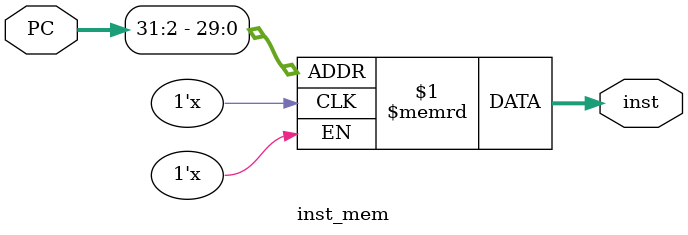
<source format=sv>
module inst_mem (
    input  logic [31:0] PC,   //pc
    output logic [31:0] inst
);
  logic [31:0] mem[0:1023];  // 4 KB = 1024 words

  assign inst = mem[PC[31:2]];

endmodule

</source>
